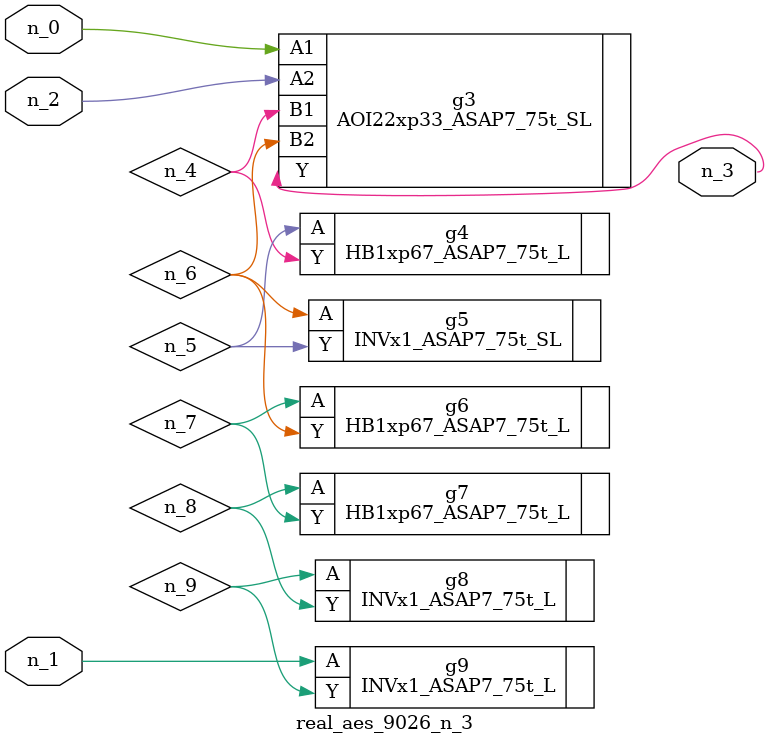
<source format=v>
module real_aes_9026_n_3 (n_0, n_2, n_1, n_3);
input n_0;
input n_2;
input n_1;
output n_3;
wire n_4;
wire n_5;
wire n_7;
wire n_8;
wire n_6;
wire n_9;
AOI22xp33_ASAP7_75t_SL g3 ( .A1(n_0), .A2(n_2), .B1(n_4), .B2(n_6), .Y(n_3) );
INVx1_ASAP7_75t_L g9 ( .A(n_1), .Y(n_9) );
HB1xp67_ASAP7_75t_L g4 ( .A(n_5), .Y(n_4) );
INVx1_ASAP7_75t_SL g5 ( .A(n_6), .Y(n_5) );
HB1xp67_ASAP7_75t_L g6 ( .A(n_7), .Y(n_6) );
HB1xp67_ASAP7_75t_L g7 ( .A(n_8), .Y(n_7) );
INVx1_ASAP7_75t_L g8 ( .A(n_9), .Y(n_8) );
endmodule
</source>
